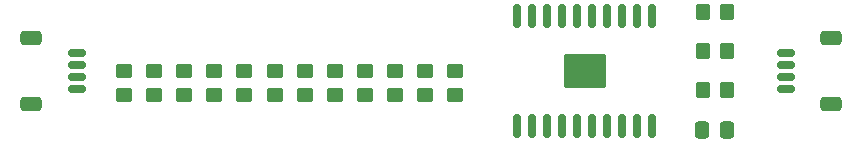
<source format=gbr>
%TF.GenerationSoftware,KiCad,Pcbnew,6.0.4*%
%TF.CreationDate,2022-04-30T16:21:21-07:00*%
%TF.ProjectId,pcb,7063622e-6b69-4636-9164-5f7063625858,rev?*%
%TF.SameCoordinates,Original*%
%TF.FileFunction,Paste,Top*%
%TF.FilePolarity,Positive*%
%FSLAX46Y46*%
G04 Gerber Fmt 4.6, Leading zero omitted, Abs format (unit mm)*
G04 Created by KiCad (PCBNEW 6.0.4) date 2022-04-30 16:21:21*
%MOMM*%
%LPD*%
G01*
G04 APERTURE LIST*
G04 Aperture macros list*
%AMRoundRect*
0 Rectangle with rounded corners*
0 $1 Rounding radius*
0 $2 $3 $4 $5 $6 $7 $8 $9 X,Y pos of 4 corners*
0 Add a 4 corners polygon primitive as box body*
4,1,4,$2,$3,$4,$5,$6,$7,$8,$9,$2,$3,0*
0 Add four circle primitives for the rounded corners*
1,1,$1+$1,$2,$3*
1,1,$1+$1,$4,$5*
1,1,$1+$1,$6,$7*
1,1,$1+$1,$8,$9*
0 Add four rect primitives between the rounded corners*
20,1,$1+$1,$2,$3,$4,$5,0*
20,1,$1+$1,$4,$5,$6,$7,0*
20,1,$1+$1,$6,$7,$8,$9,0*
20,1,$1+$1,$8,$9,$2,$3,0*%
G04 Aperture macros list end*
%ADD10RoundRect,0.250000X1.550000X-1.185000X1.550000X1.185000X-1.550000X1.185000X-1.550000X-1.185000X0*%
%ADD11RoundRect,0.150000X0.150000X-0.850000X0.150000X0.850000X-0.150000X0.850000X-0.150000X-0.850000X0*%
%ADD12RoundRect,0.250000X-0.350000X-0.450000X0.350000X-0.450000X0.350000X0.450000X-0.350000X0.450000X0*%
%ADD13RoundRect,0.250000X-0.450000X0.350000X-0.450000X-0.350000X0.450000X-0.350000X0.450000X0.350000X0*%
%ADD14RoundRect,0.150000X-0.625000X0.150000X-0.625000X-0.150000X0.625000X-0.150000X0.625000X0.150000X0*%
%ADD15RoundRect,0.250000X-0.650000X0.350000X-0.650000X-0.350000X0.650000X-0.350000X0.650000X0.350000X0*%
%ADD16RoundRect,0.250000X0.337500X0.475000X-0.337500X0.475000X-0.337500X-0.475000X0.337500X-0.475000X0*%
%ADD17RoundRect,0.150000X0.625000X-0.150000X0.625000X0.150000X-0.625000X0.150000X-0.625000X-0.150000X0*%
%ADD18RoundRect,0.250000X0.650000X-0.350000X0.650000X0.350000X-0.650000X0.350000X-0.650000X-0.350000X0*%
G04 APERTURE END LIST*
D10*
%TO.C,U1*%
X172000000Y-109000000D03*
D11*
X166285000Y-113675000D03*
X167555000Y-113675000D03*
X168825000Y-113675000D03*
X170095000Y-113675000D03*
X171365000Y-113675000D03*
X172635000Y-113675000D03*
X173905000Y-113675000D03*
X175175000Y-113675000D03*
X176445000Y-113675000D03*
X177715000Y-113675000D03*
X177715000Y-104325000D03*
X176445000Y-104325000D03*
X175175000Y-104325000D03*
X173905000Y-104325000D03*
X172635000Y-104325000D03*
X171365000Y-104325000D03*
X170095000Y-104325000D03*
X168825000Y-104325000D03*
X167555000Y-104325000D03*
X166285000Y-104325000D03*
%TD*%
D12*
%TO.C,R14*%
X182000000Y-110646666D03*
X184000000Y-110646666D03*
%TD*%
D13*
%TO.C,R4*%
X143181822Y-109000000D03*
X143181822Y-111000000D03*
%TD*%
D14*
%TO.C,J1*%
X129000000Y-107500000D03*
X129000000Y-108500000D03*
X129000000Y-109500000D03*
X129000000Y-110500000D03*
D15*
X125125000Y-111800000D03*
X125125000Y-106200000D03*
%TD*%
D16*
%TO.C,C0*%
X184000000Y-114000000D03*
X181925000Y-114000000D03*
%TD*%
D13*
%TO.C,R1*%
X135545460Y-109000000D03*
X135545460Y-111000000D03*
%TD*%
%TO.C,R8*%
X153363638Y-109000000D03*
X153363638Y-111000000D03*
%TD*%
D17*
%TO.C,J0*%
X189000000Y-110500000D03*
X189000000Y-109500000D03*
X189000000Y-108500000D03*
X189000000Y-107500000D03*
D18*
X192875000Y-106200000D03*
X192875000Y-111800000D03*
%TD*%
D13*
%TO.C,R9*%
X155909092Y-109000000D03*
X155909092Y-111000000D03*
%TD*%
D12*
%TO.C,R13*%
X182000000Y-107323333D03*
X184000000Y-107323333D03*
%TD*%
%TO.C,R12*%
X182000000Y-104000000D03*
X184000000Y-104000000D03*
%TD*%
D13*
%TO.C,R6*%
X148272730Y-109000000D03*
X148272730Y-111000000D03*
%TD*%
%TO.C,R5*%
X145727276Y-109000000D03*
X145727276Y-111000000D03*
%TD*%
%TO.C,R7*%
X150818184Y-109000000D03*
X150818184Y-111000000D03*
%TD*%
%TO.C,R10*%
X158454546Y-109000000D03*
X158454546Y-111000000D03*
%TD*%
%TO.C,R2*%
X138090914Y-109000000D03*
X138090914Y-111000000D03*
%TD*%
%TO.C,R3*%
X140636368Y-109000000D03*
X140636368Y-111000000D03*
%TD*%
%TO.C,R11*%
X161000000Y-109000000D03*
X161000000Y-111000000D03*
%TD*%
%TO.C,R0*%
X133000000Y-109000000D03*
X133000000Y-111000000D03*
%TD*%
M02*

</source>
